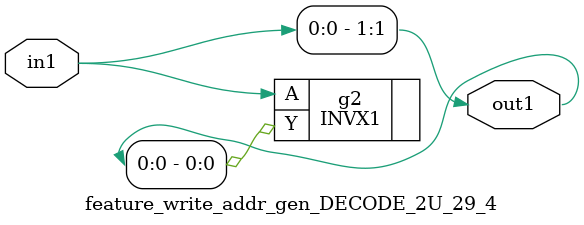
<source format=v>
`timescale 1ps / 1ps


module feature_write_addr_gen_DECODE_2U_29_4(in1, out1);
  input in1;
  output [1:0] out1;
  wire in1;
  wire [1:0] out1;
  assign out1[1] = in1;
  INVX1 g2(.A (in1), .Y (out1[0]));
endmodule


</source>
